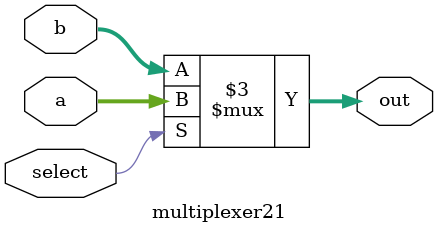
<source format=v>
`timescale 1ns / 1ps
module multiplexer21(a,b,select,out);
input [31:0]a,b;
input  select;
output reg [31:0]out;

always@(*) begin
	if(select) out=a;
	else out =b;
	
end

endmodule

</source>
